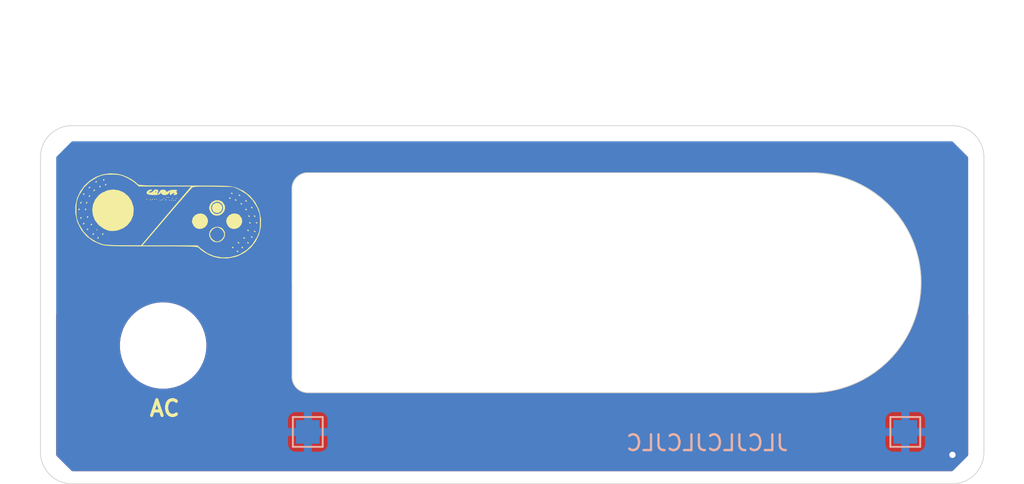
<source format=kicad_pcb>
(kicad_pcb (version 20240108) (generator "pcbnew") (generator_version "8.0")
  (title_block (title "TashPad front panel") (date "2024-05-04") (rev "1.0") (company "Lostwave") (comment 1 "https://68kmla.org") (comment 2 "https://github.com/lampmerchant/tashpad"))
  (layers (0 "F.Cu" signal) (31 "B.Cu" power) (36 "B.SilkS" user "B.Silkscreen") (37 "F.SilkS" user "F.Silkscreen") (38 "B.Mask" user) (39 "F.Mask" user) (44 "Edge.Cuts" user))
  (net 0 "")
  (net 1 "Earth")
  (footprint "MountingHole:MountingHole_5mm" (layer "F.Cu") (at 45.8 54)
    (property "Reference" "H1" (hide yes))
    (property "Value" "Activity LED")
    (pad "" np_thru_hole circle (at 0 0) (size 5 5) (drill 5) (layers "*.Cu" "*.Mask"))
  )
  (footprint "LOGO" (layer "F.Cu") (at 46 45.75)
    (property "Reference" "G***" (hide yes))
    (property "Value" "LOGO" (hide yes))
    (fp_poly (pts (xy -1.209524 -1.058333) (xy -1.239762 -1.028095) (xy -1.27 -1.058333) (xy -1.239762 -1.088571)) (fill solid) (layer "F.SilkS"))
    (fp_poly (pts (xy -0.846667 -1.058333) (xy -0.876905 -1.028095) (xy -0.907143 -1.058333) (xy -0.876905 -1.088571)) (fill solid) (layer "F.SilkS"))
    (fp_poly (pts (xy -0.725715 -1.058333) (xy -0.755953 -1.028095) (xy -0.786191 -1.058333) (xy -0.755953 -1.088571)) (fill solid) (layer "F.SilkS"))
    (fp_poly (pts (xy -0.604762 -1.058333) (xy -0.635 -1.028095) (xy -0.665238 -1.058333) (xy -0.635 -1.088571)) (fill solid) (layer "F.SilkS"))
    (fp_poly (pts (xy -0.362857 -0.997857) (xy -0.393095 -0.967619) (xy -0.423334 -0.997857) (xy -0.393095 -1.028095)) (fill solid) (layer "F.SilkS"))
    (fp_poly (pts (xy -0.120953 -1.118809) (xy -0.151191 -1.088571) (xy -0.181429 -1.118809) (xy -0.151191 -1.149047)) (fill solid) (layer "F.SilkS"))
    (fp_poly (pts (xy 0.060476 -1.179285) (xy 0.030238 -1.149047) (xy 0 -1.179285) (xy 0.030238 -1.209524)) (fill solid) (layer "F.SilkS"))
    (fp_poly (pts (xy 0.181428 -1.179285) (xy 0.15119 -1.149047) (xy 0.120952 -1.179285) (xy 0.15119 -1.209524)) (fill solid) (layer "F.SilkS"))
    (fp_poly (pts (xy 0.241905 -0.997857) (xy 0.211666 -0.967619) (xy 0.181428 -0.997857) (xy 0.211666 -1.028095)) (fill solid) (layer "F.SilkS"))
    (fp_poly (pts (xy 0.362857 -0.997857) (xy 0.332619 -0.967619) (xy 0.302381 -0.997857) (xy 0.332619 -1.028095)) (fill solid) (layer "F.SilkS"))
    (fp_poly (pts (xy 0.423333 -1.118809) (xy 0.393095 -1.088571) (xy 0.362857 -1.118809) (xy 0.393095 -1.149047)) (fill solid) (layer "F.SilkS"))
    (fp_poly (pts (xy 0.483809 -0.997857) (xy 0.453571 -0.967619) (xy 0.423333 -0.997857) (xy 0.453571 -1.028095)) (fill solid) (layer "F.SilkS"))
    (fp_poly (pts (xy 0.604762 -0.997857) (xy 0.574524 -0.967619) (xy 0.544285 -0.997857) (xy 0.574524 -1.028095)) (fill solid) (layer "F.SilkS"))
    (fp_poly (pts (xy 0.665238 -1.118809) (xy 0.635 -1.088571) (xy 0.604762 -1.118809) (xy 0.635 -1.149047)) (fill solid) (layer "F.SilkS"))
    (fp_poly (pts (xy -4.374445 0.866826) (xy -4.382746 0.902779) (xy -4.414762 0.907143) (xy -4.464541 0.885016) (xy -4.45508 0.866826) (xy -4.383309 0.859588)) (fill solid) (layer "F.SilkS"))
    (fp_poly (pts (xy -0.987778 -1.068412) (xy -0.98054 -0.996641) (xy -0.987778 -0.987778) (xy -1.023731 -0.996079) (xy -1.028095 -1.028095) (xy -1.005968 -1.077874)) (fill solid) (layer "F.SilkS"))
    (fp_poly (pts (xy -0.262064 -1.068412) (xy -0.254826 -0.996641) (xy -0.262064 -0.987778) (xy -0.298017 -0.996079) (xy -0.302381 -1.028095) (xy -0.280254 -1.077874)) (fill solid) (layer "F.SilkS"))
    (fp_poly (pts (xy -0.020159 -1.068412) (xy -0.012921 -0.996641) (xy -0.020159 -0.987778) (xy -0.056112 -0.996079) (xy -0.060476 -1.028095) (xy -0.038349 -1.077874)) (fill solid) (layer "F.SilkS"))
    (fp_poly (pts (xy -5.504027 -0.437019) (xy -5.503334 -0.423333) (xy -5.549825 -0.365181) (xy -5.567379 -0.362857) (xy -5.603497 -0.399907) (xy -5.594048 -0.423333) (xy -5.539704 -0.481026) (xy -5.530003 -0.483809)) (fill solid) (layer "F.SilkS"))
    (fp_poly (pts (xy -5.383075 -0.860353) (xy -5.382381 -0.846666) (xy -5.428872 -0.788514) (xy -5.446427 -0.78619) (xy -5.482545 -0.82324) (xy -5.473095 -0.846666) (xy -5.418751 -0.90436) (xy -5.40905 -0.907143)) (fill solid) (layer "F.SilkS"))
    (fp_poly (pts (xy -5.383075 0.107266) (xy -5.382381 0.120953) (xy -5.428872 0.179105) (xy -5.446427 0.181429) (xy -5.482545 0.144379) (xy -5.473095 0.120953) (xy -5.418751 0.063259) (xy -5.40905 0.060476)) (fill solid) (layer "F.SilkS"))
    (fp_poly (pts (xy -5.201646 -1.404638) (xy -5.200953 -1.390952) (xy -5.247444 -1.3328) (xy -5.264998 -1.330476) (xy -5.301117 -1.367526) (xy -5.291667 -1.390952) (xy -5.237323 -1.448645) (xy -5.227622 -1.451428)) (fill solid) (layer "F.SilkS"))
    (fp_poly (pts (xy -5.201646 0.470124) (xy -5.200953 0.48381) (xy -5.247444 0.541962) (xy -5.264998 0.544286) (xy -5.301117 0.507236) (xy -5.291667 0.48381) (xy -5.237323 0.426116) (xy -5.227622 0.423334)) (fill solid) (layer "F.SilkS"))
    (fp_poly (pts (xy -5.080694 -0.437019) (xy -5.08 -0.423333) (xy -5.126491 -0.365181) (xy -5.144046 -0.362857) (xy -5.180164 -0.399907) (xy -5.170715 -0.423333) (xy -5.11637 -0.481026) (xy -5.106669 -0.483809)) (fill solid) (layer "F.SilkS"))
    (fp_poly (pts (xy -5.020217 -0.860353) (xy -5.019524 -0.846666) (xy -5.066015 -0.788514) (xy -5.083569 -0.78619) (xy -5.119688 -0.82324) (xy -5.110238 -0.846666) (xy -5.055894 -0.90436) (xy -5.046193 -0.907143)) (fill solid) (layer "F.SilkS"))
    (fp_poly (pts (xy -4.959741 0.04679) (xy -4.959048 0.060476) (xy -5.005539 0.118629) (xy -5.023093 0.120953) (xy -5.059212 0.083903) (xy -5.049762 0.060476) (xy -4.995418 0.002783) (xy -4.985717 0)) (fill solid) (layer "F.SilkS"))
    (fp_poly (pts (xy -4.959741 0.832981) (xy -4.959048 0.846667) (xy -5.005539 0.904819) (xy -5.023093 0.907143) (xy -5.059212 0.870093) (xy -5.049762 0.846667) (xy -4.995418 0.788974) (xy -4.985717 0.786191)) (fill solid) (layer "F.SilkS"))
    (fp_poly (pts (xy -4.838789 -1.827972) (xy -4.838095 -1.814285) (xy -4.884587 -1.756133) (xy -4.902141 -1.753809) (xy -4.938259 -1.790859) (xy -4.92881 -1.814285) (xy -4.874465 -1.871979) (xy -4.864764 -1.874762)) (fill solid) (layer "F.SilkS"))
    (fp_poly (pts (xy -4.838789 -1.283686) (xy -4.838095 -1.27) (xy -4.884587 -1.211848) (xy -4.902141 -1.209524) (xy -4.938259 -1.246574) (xy -4.92881 -1.27) (xy -4.874465 -1.327693) (xy -4.864764 -1.330476)) (fill solid) (layer "F.SilkS"))
    (fp_poly (pts (xy -4.717836 0.5306) (xy -4.717143 0.544286) (xy -4.763634 0.602438) (xy -4.781188 0.604762) (xy -4.817307 0.567712) (xy -4.807857 0.544286) (xy -4.753513 0.486593) (xy -4.743812 0.48381)) (fill solid) (layer "F.SilkS"))
    (fp_poly (pts (xy -4.596884 1.135362) (xy -4.596191 1.149048) (xy -4.642682 1.2072) (xy -4.660236 1.209524) (xy -4.696355 1.172474) (xy -4.686905 1.149048) (xy -4.632561 1.091355) (xy -4.62286 1.088572)) (fill solid) (layer "F.SilkS"))
    (fp_poly (pts (xy -4.536408 -1.646543) (xy -4.535715 -1.632857) (xy -4.582206 -1.574705) (xy -4.59976 -1.572381) (xy -4.635878 -1.609431) (xy -4.626429 -1.632857) (xy -4.572084 -1.69055) (xy -4.562384 -1.693333)) (fill solid) (layer "F.SilkS"))
    (fp_poly (pts (xy -4.415456 -2.190829) (xy -4.414762 -2.177143) (xy -4.461253 -2.11899) (xy -4.478807 -2.116666) (xy -4.514926 -2.153716) (xy -4.505476 -2.177143) (xy -4.451132 -2.234836) (xy -4.441431 -2.237619)) (fill solid) (layer "F.SilkS"))
    (fp_poly (pts (xy -4.294503 1.377266) (xy -4.29381 1.390953) (xy -4.340301 1.449105) (xy -4.357855 1.451429) (xy -4.393974 1.414379) (xy -4.384524 1.390953) (xy -4.33018 1.333259) (xy -4.320479 1.330476)) (fill solid) (layer "F.SilkS"))
    (fp_poly (pts (xy -4.173551 -1.888448) (xy -4.172857 -1.874762) (xy -4.219349 -1.816609) (xy -4.236903 -1.814285) (xy -4.273021 -1.851335) (xy -4.263572 -1.874762) (xy -4.209227 -1.932455) (xy -4.199526 -1.935238)) (fill solid) (layer "F.SilkS"))
    (fp_poly (pts (xy -3.992122 1.135362) (xy -3.991429 1.149048) (xy -4.03792 1.2072) (xy -4.055474 1.209524) (xy -4.091593 1.172474) (xy -4.082143 1.149048) (xy -4.027799 1.091355) (xy -4.018098 1.088572)) (fill solid) (layer "F.SilkS"))
    (fp_poly (pts (xy -3.931646 -2.311781) (xy -3.930953 -2.298095) (xy -3.977444 -2.239943) (xy -3.994998 -2.237619) (xy -4.031117 -2.274669) (xy -4.021667 -2.298095) (xy -3.967323 -2.355788) (xy -3.957622 -2.358571)) (fill solid) (layer "F.SilkS"))
    (fp_poly (pts (xy -3.810694 -2.0094) (xy -3.81 -1.995714) (xy -3.856491 -1.937562) (xy -3.874046 -1.935238) (xy -3.910164 -1.972288) (xy -3.900715 -1.995714) (xy -3.84637 -2.053407) (xy -3.836669 -2.05619)) (fill solid) (layer "F.SilkS"))
    (fp_poly (pts (xy 4.051905 -1.179285) (xy 4.109598 -1.124941) (xy 4.112381 -1.11524) (xy 4.065591 -1.089265) (xy 4.051905 -1.088571) (xy 3.993752 -1.135062) (xy 3.991428 -1.152616) (xy 4.028478 -1.188735)) (fill solid) (layer "F.SilkS"))
    (fp_poly (pts (xy 4.172857 -1.481666) (xy 4.23055 -1.427322) (xy 4.233333 -1.417621) (xy 4.186543 -1.391645) (xy 4.172857 -1.390952) (xy 4.114705 -1.437443) (xy 4.112381 -1.454997) (xy 4.149431 -1.491116)) (fill solid) (layer "F.SilkS"))
    (fp_poly (pts (xy 4.233333 1.965476) (xy 4.291026 2.019821) (xy 4.293809 2.029522) (xy 4.247019 2.055497) (xy 4.233333 2.056191) (xy 4.175181 2.0097) (xy 4.172857 1.992145) (xy 4.209907 1.956027)) (fill solid) (layer "F.SilkS"))
    (fp_poly (pts (xy 4.414762 -1.058333) (xy 4.472455 -1.003989) (xy 4.475238 -0.994288) (xy 4.428448 -0.968312) (xy 4.414762 -0.967619) (xy 4.356609 -1.01411) (xy 4.354285 -1.031664) (xy 4.391335 -1.067783)) (fill solid) (layer "F.SilkS"))
    (fp_poly (pts (xy 4.535714 2.207381) (xy 4.593407 2.261726) (xy 4.59619 2.271427) (xy 4.5494 2.297402) (xy 4.535714 2.298096) (xy 4.477562 2.251604) (xy 4.475238 2.23405) (xy 4.512288 2.197932)) (fill solid) (layer "F.SilkS"))
    (fp_poly (pts (xy 4.59619 1.663096) (xy 4.653884 1.71744) (xy 4.656666 1.727141) (xy 4.609876 1.753116) (xy 4.59619 1.75381) (xy 4.538038 1.707319) (xy 4.535714 1.689764) (xy 4.572764 1.653646)) (fill solid) (layer "F.SilkS"))
    (fp_poly (pts (xy 4.656666 -1.360714) (xy 4.71436 -1.30637) (xy 4.717143 -1.296669) (xy 4.670353 -1.270693) (xy 4.656666 -1.27) (xy 4.598514 -1.316491) (xy 4.59619 -1.334045) (xy 4.63324 -1.370164)) (fill solid) (layer "F.SilkS"))
    (fp_poly (pts (xy 4.777619 -0.816428) (xy 4.835312 -0.762084) (xy 4.838095 -0.752383) (xy 4.791305 -0.726407) (xy 4.777619 -0.725714) (xy 4.719467 -0.772205) (xy 4.717143 -0.789759) (xy 4.754193 -0.825878)) (fill solid) (layer "F.SilkS"))
    (fp_poly (pts (xy 4.838095 1.965476) (xy 4.895788 2.019821) (xy 4.898571 2.029522) (xy 4.851781 2.055497) (xy 4.838095 2.056191) (xy 4.779943 2.0097) (xy 4.777619 1.992145) (xy 4.814669 1.956027)) (fill solid) (layer "F.SilkS"))
    (fp_poly (pts (xy 4.959047 1.360715) (xy 5.016741 1.415059) (xy 5.019524 1.42476) (xy 4.972734 1.450735) (xy 4.959047 1.451429) (xy 4.900895 1.404938) (xy 4.898571 1.387384) (xy 4.935621 1.351265)) (fill solid) (layer "F.SilkS"))
    (fp_poly (pts (xy 5.08 -0.997857) (xy 5.137693 -0.943513) (xy 5.140476 -0.933812) (xy 5.093686 -0.907836) (xy 5.08 -0.907143) (xy 5.021848 -0.953634) (xy 5.019524 -0.971188) (xy 5.056574 -1.007306)) (fill solid) (layer "F.SilkS"))
    (fp_poly (pts (xy 5.08 -0.453571) (xy 5.137693 -0.399227) (xy 5.140476 -0.389526) (xy 5.093686 -0.36355) (xy 5.08 -0.362857) (xy 5.021848 -0.409348) (xy 5.019524 -0.426902) (xy 5.056574 -0.463021)) (fill solid) (layer "F.SilkS"))
    (fp_poly (pts (xy 5.200952 0.876905) (xy 5.258645 0.931249) (xy 5.261428 0.94095) (xy 5.214638 0.966926) (xy 5.200952 0.967619) (xy 5.1428 0.921128) (xy 5.140476 0.903574) (xy 5.177526 0.867455)) (fill solid) (layer "F.SilkS"))
    (fp_poly (pts (xy 5.200952 1.663096) (xy 5.258645 1.71744) (xy 5.261428 1.727141) (xy 5.214638 1.753116) (xy 5.200952 1.75381) (xy 5.1428 1.707319) (xy 5.140476 1.689764) (xy 5.177526 1.653646)) (fill solid) (layer "F.SilkS"))
    (fp_poly (pts (xy 5.261428 -0.030238) (xy 5.319122 0.024107) (xy 5.321905 0.033807) (xy 5.275115 0.059783) (xy 5.261428 0.060476) (xy 5.203276 0.013985) (xy 5.200952 -0.003569) (xy 5.238002 -0.039687)) (fill solid) (layer "F.SilkS"))
    (fp_poly (pts (xy 5.321905 0.393096) (xy 5.379598 0.44744) (xy 5.382381 0.457141) (xy 5.335591 0.483116) (xy 5.321905 0.48381) (xy 5.263752 0.437319) (xy 5.261428 0.419764) (xy 5.298478 0.383646)) (fill solid) (layer "F.SilkS"))
    (fp_poly (pts (xy 5.442857 -0.574524) (xy 5.50055 -0.520179) (xy 5.503333 -0.510478) (xy 5.456543 -0.484503) (xy 5.442857 -0.483809) (xy 5.384705 -0.5303) (xy 5.382381 -0.547855) (xy 5.419431 -0.583973)) (fill solid) (layer "F.SilkS"))
    (fp_poly (pts (xy 5.442857 1.300238) (xy 5.50055 1.354583) (xy 5.503333 1.364284) (xy 5.456543 1.390259) (xy 5.442857 1.390953) (xy 5.384705 1.344461) (xy 5.382381 1.326907) (xy 5.419431 1.290789)) (fill solid) (layer "F.SilkS"))
    (fp_poly (pts (xy 5.624285 -0.030238) (xy 5.681979 0.024107) (xy 5.684762 0.033807) (xy 5.637972 0.059783) (xy 5.624285 0.060476) (xy 5.566133 0.013985) (xy 5.563809 -0.003569) (xy 5.600859 -0.039687)) (fill solid) (layer "F.SilkS"))
    (fp_poly (pts (xy 5.624285 0.937381) (xy 5.681979 0.991726) (xy 5.684762 1.001427) (xy 5.637972 1.027402) (xy 5.624285 1.028096) (xy 5.566133 0.981604) (xy 5.563809 0.96405) (xy 5.600859 0.927932)) (fill solid) (layer "F.SilkS"))
    (fp_poly (pts (xy 5.745238 0.393096) (xy 5.802931 0.44744) (xy 5.805714 0.457141) (xy 5.758924 0.483116) (xy 5.745238 0.48381) (xy 5.687086 0.437319) (xy 5.684762 0.419764) (xy 5.721812 0.383646)) (fill solid) (layer "F.SilkS"))
    (fp_poly (pts (xy 3.327114 -0.830857) (xy 3.473689 -0.74307) (xy 3.559214 -0.590777) (xy 3.568095 -0.514047) (xy 3.514575 -0.334068) (xy 3.376432 -0.213144) (xy 3.235476 -0.181428) (xy 3.08081 -0.220769) (xy 2.997891 -0.276462) (xy 2.921008 -0.412357) (xy 2.902857 -0.514047) (xy 2.942198 -0.668714) (xy 2.997891 -0.751632) (xy 3.156258 -0.838818)) (fill solid) (layer "F.SilkS"))
    (fp_poly (pts (xy 2.423317 -0.09164) (xy 2.505442 -0.025918) (xy 2.629603 0.165901) (xy 2.65351 0.367166) (xy 2.593744 0.556032) (xy 2.466885 0.710657) (xy 2.289516 0.809195) (xy 2.078216 0.829804) (xy 1.89678 0.775935) (xy 1.763034 0.658423) (xy 1.663506 0.480877) (xy 1.632857 0.332619) (xy 1.684921 0.118542) (xy 1.820669 -0.043525) (xy 2.00943 -0.140978) (xy 2.220535 -0.161217)) (fill solid) (layer "F.SilkS"))
    (fp_poly (pts (xy 4.60046 -0.09164) (xy 4.682585 -0.025918) (xy 4.806746 0.165901) (xy 4.830653 0.367166) (xy 4.770887 0.556032) (xy 4.644028 0.710657) (xy 4.466659 0.809195) (xy 4.255359 0.829804) (xy 4.073923 0.775935) (xy 3.940176 0.658423) (xy 3.840649 0.480877) (xy 3.81 0.332619) (xy 3.862064 0.118542) (xy 3.997811 -0.043525) (xy 4.186572 -0.140978) (xy 4.397678 -0.161217)) (fill solid) (layer "F.SilkS"))
    (fp_poly (pts (xy -3.016727 -1.632893) (xy -2.695637 -1.490523) (xy -2.422655 -1.266406) (xy -2.215653 -0.969773) (xy -2.092505 -0.609855) (xy -2.069487 -0.43377) (xy -2.099197 -0.054709) (xy -2.233301 0.287232) (xy -2.457019 0.575588) (xy -2.755568 0.793897) (xy -3.114169 0.925697) (xy -3.315754 0.954324) (xy -3.541233 0.95818) (xy -3.725107 0.923136) (xy -3.929776 0.83529) (xy -3.990495 0.803979) (xy -4.304543 0.578666) (xy -4.529559 0.29292) (xy -4.664653 -0.032862) (xy -4.708936 -0.378285) (xy -4.661521 -0.722953) (xy -4.521518 -1.046471) (xy -4.288038 -1.328443) (xy -4.089905 -1.477212) (xy -3.731735 -1.635468) (xy -3.368051 -1.684285)) (fill solid) (layer "F.SilkS"))
    (fp_poly (pts (xy 3.511888 -0.938307) (xy 3.594013 -0.872585) (xy 3.718174 -0.680766) (xy 3.742081 -0.479501) (xy 3.682315 -0.290634) (xy 3.555457 -0.13601) (xy 3.378087 -0.037471) (xy 3.166788 -0.016863) (xy 2.985351 -0.070732) (xy 2.851605 -0.188243) (xy 2.752077 -0.36579) (xy 2.738651 -0.430737) (xy 2.861999 -0.430737) (xy 2.941031 -0.264252) (xy 3.087913 -0.150763) (xy 3.235476 -0.120952) (xy 3.391908 -0.163014) (xy 3.507619 -0.241904) (xy 3.606172 -0.412002) (xy 3.608953 -0.597357) (xy 3.529921 -0.763843) (xy 3.383039 -0.877332) (xy 3.235476 -0.907143) (xy 3.079044 -0.865081) (xy 2.963333 -0.78619) (xy 2.86478 -0.616092) (xy 2.861999 -0.430737) (xy 2.738651 -0.430737) (xy 2.721428 -0.514047) (xy 2.773493 -0.728125) (xy 2.90924 -0.890192) (xy 3.098001 -0.987645) (xy 3.309107 -1.007884)) (fill solid) (layer "F.SilkS"))
    (fp_poly (pts (xy 3.511888 0.755027) (xy 3.594013 0.820749) (xy 3.718174 1.012568) (xy 3.742081 1.213833) (xy 3.682315 1.402699) (xy 3.555457 1.557324) (xy 3.378087 1.655862) (xy 3.166788 1.676471) (xy 2.985351 1.622601) (xy 2.851605 1.50509) (xy 2.752077 1.327543) (xy 2.721428 1.179286) (xy 2.781905 1.179286) (xy 2.834567 1.353928) (xy 2.965982 1.512394) (xy 3.136289 1.614824) (xy 3.235476 1.632857) (xy 3.386267 1.590929) (xy 3.535405 1.489525) (xy 3.540606 1.484416) (xy 3.643739 1.337025) (xy 3.68896 1.184766) (xy 3.689047 1.179286) (xy 3.636385 1.004644) (xy 3.50497 0.846178) (xy 3.334662 0.743748) (xy 3.235476 0.725715) (xy 3.060834 0.778377) (xy 2.902368 0.909792) (xy 2.799938 1.0801) (xy 2.781905 1.179286) (xy 2.721428 1.179286) (xy 2.773493 0.965208) (xy 2.90924 0.803142) (xy 3.098001 0.705688) (xy 3.309107 0.685449)) (fill solid) (layer "F.SilkS"))
    (fp_poly (pts (xy -0.519606 -1.640294) (xy -0.512411 -1.630208) (xy -0.513127 -1.536931) (xy -0.546485 -1.479017) (xy -0.581529 -1.407742) (xy -0.561398 -1.390952) (xy -0.496093 -1.439878) (xy -0.435364 -1.53989) (xy -0.353086 -1.649548) (xy -0.218795 -1.67763) (xy -0.183872 -1.675962) (xy -0.047832 -1.641866) (xy -0.00012 -1.580095) (xy 0.014724 -1.527909) (xy 0.078775 -1.562785) (xy 0.098499 -1.578841) (xy 0.213641 -1.63107) (xy 0.379083 -1.662288) (xy 0.547253 -1.668874) (xy 0.670576 -1.647204) (xy 0.700526 -1.624686) (xy 0.684837 -1.577078) (xy 0.653688 -1.571455) (xy 0.608269 -1.558209) (xy 0.657867 -1.51774) (xy 0.71019 -1.441353) (xy 0.666465 -1.369157) (xy 0.548613 -1.332034) (xy 0.525597 -1.331402) (xy 0.439325 -1.341016) (xy 0.463463 -1.377235) (xy 0.483809 -1.390952) (xy 0.539406 -1.437819) (xy 0.482248 -1.450307) (xy 0.46869 -1.450502) (xy 0.378976 -1.422793) (xy 0.362857 -1.390952) (xy 0.314292 -1.33636) (xy 0.277804 -1.330476) (xy 0.216825 -1.377807) (xy 0.219034 -1.466547) (xy 0.245316 -1.602619) (xy 0.185083 -1.466547) (xy 0.092343 -1.371348) (xy -0.049989 -1.325876) (xy -0.196317 -1.332856) (xy -0.301042 -1.395011) (xy -0.32117 -1.436309) (xy -0.344139 -1.507161) (xy -0.354292 -1.461594) (xy -0.355842 -1.44053) (xy -0.414172 -1.382338) (xy -0.55567 -1.344696) (xy -0.744255 -1.327915) (xy -0.943848 -1.332305) (xy -1.11837 -1.358177) (xy -1.231742 -1.405842) (xy -1.252589 -1.432809) (xy -1.238257 -1.545597) (xy -1.177553 -1.611364) (xy -1.04461 -1.680171) (xy -0.942679 -1.685099) (xy -0.907143 -1.632857) (xy -0.956126 -1.579204) (xy -0.997857 -1.572381) (xy -1.078381 -1.542732) (xy -1.088572 -1.517566) (xy -1.047312 -1.48241) (xy -0.95597 -1.500467) (xy -0.868078 -1.552222) (xy -0.705556 -1.552222) (xy -0.697254 -1.516269) (xy -0.665238 -1.511904) (xy -0.61546 -1.534032) (xy -0.624921 -1.552222) (xy -0.696692 -1.55946) (xy -0.705556 -1.552222) (xy -0.868078 -1.552222) (xy -0.863202 -1.555093) (xy -0.82251 -1.608578) (xy -0.742428 -1.676989) (xy -0.619341 -1.689104)) (fill solid) (layer "F.SilkS"))
    (fp_poly (pts (xy -3.076518 -2.678888) (xy -2.796413 -2.609656) (xy -2.516879 -2.499678) (xy -2.233239 -2.350053) (xy -1.986055 -2.18478) (xy -1.818522 -2.031056) (xy -1.789509 -2.008758) (xy -1.735977 -1.99016) (xy -1.647785 -1.974935) (xy -1.514797 -1.962757) (xy -1.326874 -1.953297) (xy -1.073876 -1.946228) (xy -0.745666 -1.941223) (xy -0.332106 -1.937956) (xy 0.176944 -1.936098) (xy 0.791621 -1.935322) (xy 1.150082 -1.935238) (xy 1.820015 -1.935001) (xy 2.380523 -1.934004) (xy 2.843133 -1.931822) (xy 3.219371 -1.928027) (xy 3.520766 -1.922192) (xy 3.758843 -1.91389) (xy 3.945131 -1.902695) (xy 4.091154 -1.888179) (xy 4.208442 -1.869916) (xy 4.30852 -1.847479) (xy 4.402916 -1.82044) (xy 4.42351 -1.814007) (xy 4.90223 -1.601986) (xy 5.312519 -1.294881) (xy 5.642595 -0.904475) (xy 5.880675 -0.44255) (xy 5.926388 -0.311129) (xy 6.028196 0.19872) (xy 6.017759 0.700282) (xy 5.902886 1.178432) (xy 5.691385 1.618043) (xy 5.391063 2.00399) (xy 5.00973 2.321146) (xy 4.555194 2.554385) (xy 4.42351 2.600198) (xy 3.904413 2.704082) (xy 3.387393 2.690968) (xy 3.018302 2.606743) (xy 2.75225 2.499244) (xy 2.47721 2.351816) (xy 2.234282 2.189161) (xy 2.064567 2.035981) (xy 2.060426 2.031056) (xy 2.031413 2.008758) (xy 1.977881 1.990161) (xy 1.88969 1.974936) (xy 1.756701 1.962757) (xy 1.568778 1.953297) (xy 1.31578 1.946228) (xy 0.98757 1.941224) (xy 0.57401 1.937956) (xy 0.06496 1.936098) (xy -0.549717 1.935323) (xy -0.908178 1.935238) (xy -1.578111 1.935001) (xy -2.138619 1.934005) (xy -2.601228 1.931822) (xy -2.977467 1.928027) (xy -3.278862 1.922192) (xy -3.516939 1.913891) (xy -3.703226 1.902696) (xy -3.84925 1.88818) (xy -3.935423 1.874762) (xy -1.512288 1.874762) (xy 0.237981 1.874762) (xy 1.988249 1.874762) (xy 2.188529 2.060645) (xy 2.591785 2.355561) (xy 3.046604 2.550397) (xy 3.53215 2.641964) (xy 4.027586 2.627074) (xy 4.512078 2.502538) (xy 4.661297 2.439057) (xy 5.11011 2.163569) (xy 5.478138 1.798749) (xy 5.760723 1.349258) (xy 5.769758 1.330476) (xy 5.863083 1.120317) (xy 5.919212 0.942287) (xy 5.947291 0.750574) (xy 5.956466 0.499367) (xy 5.956905 0.393096) (xy 5.952045 0.111468) (xy 5.931369 -0.095204) (xy 5.88573 -0.27273) (xy 5.805981 -0.466924) (xy 5.769758 -0.544285) (xy 5.489966 -0.997639) (xy 5.123229 -1.367124) (xy 4.672528 -1.649759) (xy 4.656666 -1.657377) (xy 4.263571 -1.844524) (xy 3.005091 -1.864061) (xy 2.553404 -1.869207) (xy 2.209255 -1.868429) (xy 1.95935 -1.861149) (xy 1.790395 -1.84679) (xy 1.689094 -1.824774) (xy 1.652251 -1.805286) (xy 1.593077 -1.743045) (xy 1.464691 -1.599056) (xy 1.276158 -1.383775) (xy 1.036545 -1.107658) (xy 0.754919 -0.78116) (xy 0.440347 -0.41474) (xy 0.101895 -0.018851) (xy 0.022801 0.073895) (xy -1.512288 1.874762) (xy -3.935423 1.874762) (xy -3.966538 1.869917) (xy -4.066616 1.847479) (xy -4.161011 1.820441) (xy -4.181606 1.814008) (xy -4.660325 1.601987) (xy -5.070615 1.294881) (xy -5.400691 0.904475) (xy -5.638771 0.442551) (xy -5.684484 0.31113) (xy -5.78631 -0.192167) (xy -5.783167 -0.393095) (xy -5.715 -0.393095) (xy -5.710141 -0.111467) (xy -5.689464 0.095204) (xy -5.643825 0.272731) (xy -5.564077 0.466924) (xy -5.527854 0.544286) (xy -5.24833 1.000716) (xy -4.886642 1.36839) (xy -4.442861 1.647246) (xy -4.082143 1.789966) (xy -3.900671 1.823873) (xy -3.602561 1.848178) (xy -3.191765 1.862657) (xy -2.721429 1.867107) (xy -1.602619 1.867543) (xy -0.014939 -0.003609) (xy 1.572741 -1.874762) (xy -0.086802 -1.874762) (xy -1.746345 -1.874762) (xy -1.946625 -2.062948) (xy -2.107502 -2.187991) (xy -2.329019 -2.328001) (xy -2.54 -2.440924) (xy -2.748804 -2.535232) (xy -2.924555 -2.592067) (xy -3.112756 -2.620642) (xy -3.358912 -2.630171) (xy -3.477381 -2.630714) (xy -3.759009 -2.625854) (xy -3.96568 -2.605178) (xy -4.143207 -2.559539) (xy -4.3374 -2.479791) (xy -4.414762 -2.443567) (xy -4.868115 -2.163776) (xy -5.2376 -1.797038) (xy -5.520236 -1.346337) (xy -5.527854 -1.330476) (xy -5.621179 -1.120317) (xy -5.677307 -0.942287) (xy -5.705386 -0.750574) (xy -5.714562 -0.499366) (xy -5.715 -0.393095) (xy -5.783167 -0.393095) (xy -5.778692 -0.679253) (xy -5.672453 -1.139183) (xy -5.478416 -1.561011) (xy -5.207404 -1.933792) (xy -4.870239 -2.24658) (xy -4.477745 -2.488429) (xy -4.040745 -2.648393) (xy -3.570061 -2.715528)) (fill solid) (layer "F.SilkS"))
  )
  (footprint "TestPoint:TestPoint_Pad_1.5x1.5mm" (layer "B.Cu") (at 55 59.5)
    (property "Reference" "TP1" (hide yes))
    (property "Value" "TestPoint")
    (fp_line (start -0.95 -0.95) (end -0.95 0.95) (stroke (width 0.12)) (layer "B.SilkS"))
    (fp_line (start -0.95 0.95) (end 0.95 0.95) (stroke (width 0.12)) (layer "B.SilkS"))
    (fp_line (start 0.95 -0.95) (end -0.95 -0.95) (stroke (width 0.12)) (layer "B.SilkS"))
    (fp_line (start 0.95 0.95) (end 0.95 -0.95) (stroke (width 0.12)) (layer "B.SilkS"))
    (pad "1" smd rect (at 0 0) (size 1.5 1.5) (layers "B.Cu" "B.Mask") (net 1 "Earth"))
  )
  (footprint "TestPoint:TestPoint_Pad_1.5x1.5mm" (layer "B.Cu") (at 93 59.5)
    (property "Reference" "TP2" (hide yes))
    (property "Value" "TestPoint")
    (fp_line (start -0.95 -0.95) (end -0.95 0.95) (stroke (width 0.12)) (layer "B.SilkS"))
    (fp_line (start -0.95 0.95) (end 0.95 0.95) (stroke (width 0.12)) (layer "B.SilkS"))
    (fp_line (start 0.95 -0.95) (end -0.95 -0.95) (stroke (width 0.12)) (layer "B.SilkS"))
    (fp_line (start 0.95 0.95) (end 0.95 -0.95) (stroke (width 0.12)) (layer "B.SilkS"))
    (pad "1" smd rect (at 0 0) (size 1.5 1.5) (layers "B.Cu" "B.Mask") (net 1 "Earth"))
  )
  (gr_arc (start 96 40) (mid 97.414214 40.585786) (end 98 42) (stroke (width 0.05)) (layer "Edge.Cuts"))
  (gr_arc (start 40 62.8) (mid 38.585786 62.214214) (end 38 60.8) (stroke (width 0.05)) (layer "Edge.Cuts"))
  (gr_arc (start 98 60.8) (mid 97.414214 62.214214) (end 96 62.8) (stroke (width 0.05)) (layer "Edge.Cuts"))
  (gr_line (start 98 42) (end 98 60.8) (stroke (width 0.05)) (layer "Edge.Cuts"))
  (gr_line (start 96 62.8) (end 40 62.8) (stroke (width 0.05)) (layer "Edge.Cuts"))
  (gr_line (start 38 60.8) (end 38 42) (stroke (width 0.05)) (layer "Edge.Cuts"))
  (gr_line (start 40 40) (end 96 40) (stroke (width 0.05)) (layer "Edge.Cuts"))
  (gr_arc (start 38 42) (mid 38.585786 40.585786) (end 40 40) (stroke (width 0.05)) (layer "Edge.Cuts"))
  (gr_line (start 55 57) (end 87 57) (stroke (width 0.05)) (layer "Edge.Cuts"))
  (gr_line (start 54 44) (end 54 56) (stroke (width 0.05)) (layer "Edge.Cuts"))
  (gr_arc (start 55 57) (mid 54.292893 56.707107) (end 54 56) (stroke (width 0.05)) (layer "Edge.Cuts"))
  (gr_line (start 55 43) (end 87 43) (stroke (width 0.05)) (layer "Edge.Cuts"))
  (gr_arc (start 87 43) (mid 94 50) (end 87 57) (stroke (width 0.05)) (layer "Edge.Cuts"))
  (gr_arc (start 54 44) (mid 54.292893 43.292893) (end 55 43) (stroke (width 0.05)) (layer "Edge.Cuts"))
  (gr_text "JLCJLCJLCJLC" (at 80.4 60.2 0) (layer "B.SilkS") (effects (font (size 1 1)) (justify mirror)))
  (gr_text "AC" (at 45.9 58 0) (layer "F.SilkS") (effects (font (size 1 1) (thickness 0.2))))
  (via (at 96 60.96) (size 0.8) (drill 0.4) (layers "F.Cu" "B.Cu") (net 1))
  (segment (start 93 59.5) (end 55 59.5) (width 0.25) (layer "B.Cu") (net 1))
  (segment (start 96 60.96) (end 94.54 59.5) (width 0.25) (layer "B.Cu") (net 1))
  (segment (start 94.54 59.5) (end 93 59.5) (width 0.25) (layer "B.Cu") (net 1))
  (zone (net 1) (net_name "Earth") (layer "F.Cu") (connect_pads (clearance 0.508)) (min_thickness 0.254) (fill yes (thermal_gap 0.508) (thermal_bridge_width 0.508))
    (polygon (pts (xy 55 50) (xy 95 50) (xy 97 52) (xy 97 61) (xy 96 62) (xy 40 62) (xy 39 61) (xy 39 52) (xy 40 51) (xy 41 51) (xy 42 50) (xy 50 50)))
  )
  (zone (net 1) (net_name "Earth") (layer "B.Cu") (connect_pads (clearance 0.508)) (min_thickness 0.254) (fill yes (thermal_gap 0.508) (thermal_bridge_width 0.508))
    (polygon (pts (xy 97 42) (xy 97 61) (xy 96 62) (xy 40 62) (xy 39 61) (xy 39 42) (xy 40 41) (xy 96 41)))
  )
)
</source>
